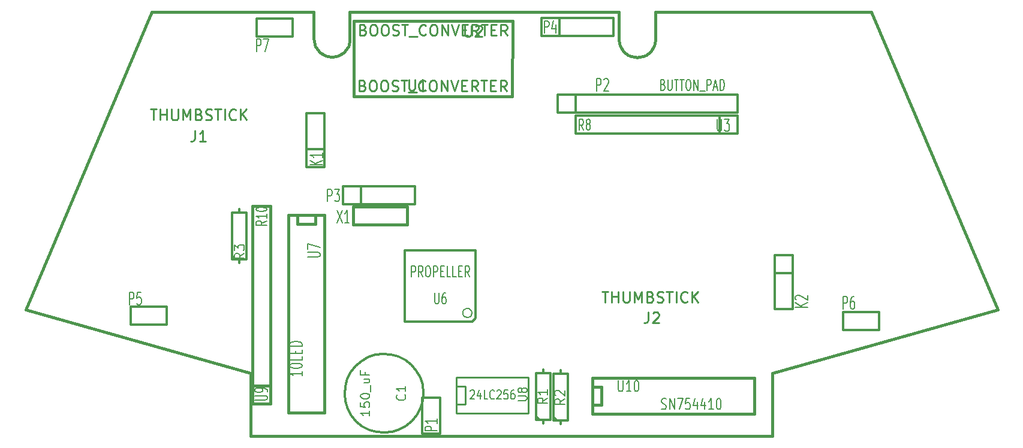
<source format=gto>
G04 (created by PCBNEW-RS274X (20100406 SVN-R2508)-final) date 9/22/2010 8:11:36 PM*
G01*
G70*
G90*
%MOIN*%
G04 Gerber Fmt 3.4, Leading zero omitted, Abs format*
%FSLAX34Y34*%
G04 APERTURE LIST*
%ADD10C,0.006000*%
%ADD11C,0.015000*%
%ADD12C,0.012000*%
%ADD13C,0.010000*%
%ADD14C,0.008000*%
%ADD15C,0.007100*%
%ADD16C,0.008300*%
%ADD17C,0.007500*%
%ADD18C,0.006700*%
G04 APERTURE END LIST*
G54D10*
G54D11*
X47621Y-34111D02*
X62578Y-34111D01*
X64588Y-34111D02*
X65914Y-34111D01*
X65588Y-34110D02*
X67788Y-34110D01*
X36610Y-34110D02*
X45620Y-34110D01*
X45620Y-34110D02*
X45620Y-35610D01*
X45620Y-35610D02*
X45624Y-35697D01*
X45636Y-35783D01*
X45655Y-35868D01*
X45681Y-35952D01*
X45714Y-36032D01*
X45754Y-36109D01*
X45801Y-36183D01*
X45854Y-36252D01*
X45913Y-36317D01*
X45978Y-36376D01*
X46047Y-36429D01*
X46121Y-36476D01*
X46198Y-36516D01*
X46278Y-36549D01*
X46362Y-36575D01*
X46447Y-36594D01*
X46533Y-36606D01*
X46620Y-36610D01*
X46620Y-36610D02*
X46707Y-36606D01*
X46793Y-36594D01*
X46878Y-36575D01*
X46962Y-36549D01*
X47042Y-36516D01*
X47120Y-36476D01*
X47193Y-36429D01*
X47262Y-36376D01*
X47327Y-36317D01*
X47386Y-36252D01*
X47439Y-36183D01*
X47486Y-36109D01*
X47526Y-36032D01*
X47559Y-35952D01*
X47585Y-35868D01*
X47604Y-35783D01*
X47616Y-35697D01*
X47620Y-35610D01*
X47620Y-35610D02*
X47620Y-34110D01*
X62578Y-34110D02*
X62578Y-35610D01*
X62578Y-35630D02*
X62582Y-35717D01*
X62594Y-35803D01*
X62613Y-35888D01*
X62639Y-35972D01*
X62672Y-36052D01*
X62712Y-36129D01*
X62759Y-36203D01*
X62812Y-36272D01*
X62871Y-36337D01*
X62936Y-36396D01*
X63005Y-36449D01*
X63079Y-36496D01*
X63156Y-36536D01*
X63236Y-36569D01*
X63320Y-36595D01*
X63405Y-36614D01*
X63491Y-36626D01*
X63578Y-36630D01*
X63598Y-36630D02*
X63685Y-36626D01*
X63771Y-36614D01*
X63856Y-36595D01*
X63940Y-36569D01*
X64020Y-36536D01*
X64098Y-36496D01*
X64171Y-36449D01*
X64240Y-36396D01*
X64305Y-36337D01*
X64364Y-36272D01*
X64417Y-36203D01*
X64464Y-36129D01*
X64504Y-36052D01*
X64537Y-35972D01*
X64563Y-35888D01*
X64582Y-35803D01*
X64594Y-35717D01*
X64598Y-35630D01*
X64588Y-35629D02*
X64588Y-34129D01*
X67610Y-34110D02*
X76610Y-34110D01*
X76610Y-34110D02*
X83630Y-50690D01*
X83630Y-50690D02*
X71110Y-54210D01*
X71110Y-54210D02*
X71110Y-57710D01*
X71110Y-57710D02*
X42110Y-57710D01*
X42110Y-57710D02*
X42110Y-54210D01*
X42110Y-54210D02*
X29600Y-50690D01*
X29600Y-50690D02*
X36610Y-34110D01*
X47789Y-44943D02*
X50789Y-44943D01*
X50789Y-44943D02*
X50789Y-45943D01*
X50789Y-45943D02*
X47789Y-45943D01*
X47789Y-45943D02*
X47789Y-44943D01*
G54D12*
X51713Y-55335D02*
X51671Y-55761D01*
X51547Y-56171D01*
X51346Y-56549D01*
X51075Y-56881D01*
X50745Y-57154D01*
X50368Y-57358D01*
X49959Y-57485D01*
X49533Y-57529D01*
X49107Y-57491D01*
X48696Y-57370D01*
X48317Y-57171D01*
X47983Y-56903D01*
X47707Y-56575D01*
X47501Y-56199D01*
X47371Y-55791D01*
X47324Y-55365D01*
X47360Y-54939D01*
X47478Y-54527D01*
X47673Y-54146D01*
X47940Y-53811D01*
X48266Y-53533D01*
X48640Y-53324D01*
X49047Y-53192D01*
X49473Y-53141D01*
X49899Y-53174D01*
X50311Y-53289D01*
X50694Y-53482D01*
X51031Y-53746D01*
X51311Y-54070D01*
X51523Y-54443D01*
X51658Y-54849D01*
X51712Y-55274D01*
X51713Y-55335D01*
G54D11*
X47850Y-38823D02*
X56650Y-38823D01*
X56650Y-38823D02*
X56660Y-34623D01*
X56660Y-34623D02*
X47850Y-34623D01*
X47850Y-34623D02*
X47850Y-38823D01*
G54D12*
X59331Y-57061D02*
X59331Y-56861D01*
X59331Y-54061D02*
X59331Y-54261D01*
X59331Y-54261D02*
X58931Y-54261D01*
X58931Y-54261D02*
X58931Y-56861D01*
X58931Y-56861D02*
X59731Y-56861D01*
X59731Y-56861D02*
X59731Y-54261D01*
X59731Y-54261D02*
X59331Y-54261D01*
X59131Y-56861D02*
X58931Y-56661D01*
X58386Y-57022D02*
X58386Y-56822D01*
X58386Y-54022D02*
X58386Y-54222D01*
X58386Y-54222D02*
X57986Y-54222D01*
X57986Y-54222D02*
X57986Y-56822D01*
X57986Y-56822D02*
X58786Y-56822D01*
X58786Y-56822D02*
X58786Y-54222D01*
X58786Y-54222D02*
X58386Y-54222D01*
X58186Y-56822D02*
X57986Y-56622D01*
X51636Y-55565D02*
X52636Y-55565D01*
X52636Y-55565D02*
X52636Y-57565D01*
X52636Y-57565D02*
X51636Y-57565D01*
X51636Y-57565D02*
X51636Y-55565D01*
X46219Y-42740D02*
X45219Y-42740D01*
X45219Y-42740D02*
X45219Y-39740D01*
X45219Y-39740D02*
X46219Y-39740D01*
X46219Y-39740D02*
X46219Y-42740D01*
X45219Y-41740D02*
X46219Y-41740D01*
X71222Y-47654D02*
X72222Y-47654D01*
X72222Y-47654D02*
X72222Y-50654D01*
X72222Y-50654D02*
X71222Y-50654D01*
X71222Y-50654D02*
X71222Y-47654D01*
X72222Y-48654D02*
X71222Y-48654D01*
X47252Y-43811D02*
X47252Y-43811D01*
X47252Y-44811D02*
X47252Y-43811D01*
X47252Y-43811D02*
X47252Y-43811D01*
X47252Y-43811D02*
X51252Y-43811D01*
X51252Y-43811D02*
X51252Y-44811D01*
X51252Y-44811D02*
X47252Y-44811D01*
X48252Y-44811D02*
X48252Y-43811D01*
G54D13*
X53551Y-54953D02*
X54051Y-54953D01*
X54051Y-54953D02*
X54051Y-55953D01*
X54051Y-55953D02*
X53551Y-55953D01*
X53551Y-54453D02*
X57551Y-54453D01*
X57551Y-54453D02*
X57551Y-56453D01*
X57551Y-56453D02*
X53551Y-56453D01*
X53551Y-56453D02*
X53551Y-54453D01*
G54D11*
X42217Y-54906D02*
X43217Y-54906D01*
X42217Y-44906D02*
X42217Y-55906D01*
X42217Y-55906D02*
X43217Y-55906D01*
X43217Y-55906D02*
X43217Y-44906D01*
X42217Y-44906D02*
X43217Y-44906D01*
G54D12*
X60157Y-40874D02*
X60157Y-39874D01*
X60157Y-39874D02*
X69157Y-39874D01*
X69157Y-39874D02*
X69157Y-40874D01*
X60157Y-40874D02*
X69157Y-40874D01*
X68157Y-40874D02*
X68157Y-39874D01*
X50678Y-51330D02*
X50678Y-47390D01*
X50678Y-47390D02*
X54618Y-47390D01*
X54618Y-51140D02*
X54618Y-47390D01*
X54428Y-51330D02*
X50678Y-51330D01*
X54618Y-51140D02*
X54428Y-51330D01*
G54D14*
X54398Y-50860D02*
X54393Y-50908D01*
X54379Y-50955D01*
X54356Y-50998D01*
X54325Y-51036D01*
X54287Y-51067D01*
X54244Y-51090D01*
X54198Y-51104D01*
X54149Y-51109D01*
X54102Y-51105D01*
X54055Y-51091D01*
X54012Y-51069D01*
X53974Y-51038D01*
X53942Y-51001D01*
X53919Y-50958D01*
X53904Y-50911D01*
X53899Y-50863D01*
X53903Y-50815D01*
X53916Y-50768D01*
X53938Y-50725D01*
X53969Y-50687D01*
X54006Y-50655D01*
X54048Y-50631D01*
X54095Y-50616D01*
X54143Y-50611D01*
X54191Y-50614D01*
X54238Y-50627D01*
X54281Y-50649D01*
X54320Y-50679D01*
X54352Y-50716D01*
X54376Y-50759D01*
X54391Y-50805D01*
X54397Y-50854D01*
X54398Y-50860D01*
G54D11*
X45697Y-45406D02*
X45697Y-45906D01*
X45697Y-45906D02*
X44697Y-45906D01*
X44697Y-45906D02*
X44697Y-45406D01*
X46197Y-45406D02*
X46197Y-56406D01*
X46197Y-56406D02*
X44197Y-56406D01*
X44197Y-56406D02*
X44197Y-45406D01*
X44197Y-45406D02*
X46197Y-45406D01*
X61100Y-54982D02*
X61100Y-54982D01*
X61100Y-54982D02*
X61600Y-54982D01*
X61600Y-54982D02*
X61600Y-55982D01*
X61600Y-55982D02*
X61100Y-55982D01*
X61100Y-54482D02*
X70100Y-54482D01*
X70100Y-54482D02*
X70100Y-56482D01*
X70100Y-56482D02*
X61100Y-56482D01*
X61100Y-56482D02*
X61100Y-54482D01*
G54D12*
X35447Y-51524D02*
X35447Y-50524D01*
X35447Y-50524D02*
X37447Y-50524D01*
X37447Y-50524D02*
X37447Y-51524D01*
X37447Y-51524D02*
X35447Y-51524D01*
X75053Y-51829D02*
X75053Y-50829D01*
X75053Y-50829D02*
X77053Y-50829D01*
X77053Y-50829D02*
X77053Y-51829D01*
X77053Y-51829D02*
X75053Y-51829D01*
X58280Y-34442D02*
X58280Y-34442D01*
X58280Y-35442D02*
X58280Y-34442D01*
X58280Y-34442D02*
X58280Y-34442D01*
X58280Y-34442D02*
X62280Y-34442D01*
X62280Y-34442D02*
X62280Y-35442D01*
X62280Y-35442D02*
X58280Y-35442D01*
X59280Y-35442D02*
X59280Y-34442D01*
X41486Y-48094D02*
X41486Y-47894D01*
X41486Y-45094D02*
X41486Y-45294D01*
X41486Y-45294D02*
X41086Y-45294D01*
X41086Y-45294D02*
X41086Y-47894D01*
X41086Y-47894D02*
X41886Y-47894D01*
X41886Y-47894D02*
X41886Y-45294D01*
X41886Y-45294D02*
X41486Y-45294D01*
X41286Y-47894D02*
X41086Y-47694D01*
X42445Y-35480D02*
X42445Y-34480D01*
X42445Y-34480D02*
X44445Y-34480D01*
X44445Y-34480D02*
X44445Y-35480D01*
X44445Y-35480D02*
X42445Y-35480D01*
X59157Y-39724D02*
X59157Y-38724D01*
X59157Y-38724D02*
X69157Y-38724D01*
X69157Y-38724D02*
X69157Y-39724D01*
X69157Y-39724D02*
X59157Y-39724D01*
X60157Y-39724D02*
X60157Y-38724D01*
G54D15*
X46905Y-45149D02*
X47190Y-45830D01*
X47190Y-45149D02*
X46905Y-45830D01*
X47578Y-45830D02*
X47334Y-45830D01*
X47456Y-45830D02*
X47456Y-45149D01*
X47415Y-45246D01*
X47374Y-45311D01*
X47334Y-45344D01*
G54D13*
X64209Y-50824D02*
X64209Y-51252D01*
X64181Y-51338D01*
X64124Y-51395D01*
X64038Y-51424D01*
X63981Y-51424D01*
X64466Y-50881D02*
X64495Y-50852D01*
X64552Y-50824D01*
X64695Y-50824D01*
X64752Y-50852D01*
X64781Y-50881D01*
X64809Y-50938D01*
X64809Y-50995D01*
X64781Y-51081D01*
X64438Y-51424D01*
X64809Y-51424D01*
X61641Y-49673D02*
X61984Y-49673D01*
X61813Y-50273D02*
X61813Y-49673D01*
X62184Y-50273D02*
X62184Y-49673D01*
X62184Y-49959D02*
X62527Y-49959D01*
X62527Y-50273D02*
X62527Y-49673D01*
X62813Y-49673D02*
X62813Y-50159D01*
X62841Y-50216D01*
X62870Y-50244D01*
X62927Y-50273D01*
X63041Y-50273D01*
X63099Y-50244D01*
X63127Y-50216D01*
X63156Y-50159D01*
X63156Y-49673D01*
X63442Y-50273D02*
X63442Y-49673D01*
X63642Y-50101D01*
X63842Y-49673D01*
X63842Y-50273D01*
X64328Y-49959D02*
X64414Y-49987D01*
X64442Y-50016D01*
X64471Y-50073D01*
X64471Y-50159D01*
X64442Y-50216D01*
X64414Y-50244D01*
X64356Y-50273D01*
X64128Y-50273D01*
X64128Y-49673D01*
X64328Y-49673D01*
X64385Y-49701D01*
X64414Y-49730D01*
X64442Y-49787D01*
X64442Y-49844D01*
X64414Y-49901D01*
X64385Y-49930D01*
X64328Y-49959D01*
X64128Y-49959D01*
X64699Y-50244D02*
X64785Y-50273D01*
X64928Y-50273D01*
X64985Y-50244D01*
X65014Y-50216D01*
X65042Y-50159D01*
X65042Y-50101D01*
X65014Y-50044D01*
X64985Y-50016D01*
X64928Y-49987D01*
X64814Y-49959D01*
X64756Y-49930D01*
X64728Y-49901D01*
X64699Y-49844D01*
X64699Y-49787D01*
X64728Y-49730D01*
X64756Y-49701D01*
X64814Y-49673D01*
X64956Y-49673D01*
X65042Y-49701D01*
X65213Y-49673D02*
X65556Y-49673D01*
X65385Y-50273D02*
X65385Y-49673D01*
X65756Y-50273D02*
X65756Y-49673D01*
X66385Y-50216D02*
X66356Y-50244D01*
X66270Y-50273D01*
X66213Y-50273D01*
X66128Y-50244D01*
X66070Y-50187D01*
X66042Y-50130D01*
X66013Y-50016D01*
X66013Y-49930D01*
X66042Y-49816D01*
X66070Y-49759D01*
X66128Y-49701D01*
X66213Y-49673D01*
X66270Y-49673D01*
X66356Y-49701D01*
X66385Y-49730D01*
X66642Y-50273D02*
X66642Y-49673D01*
X66985Y-50273D02*
X66728Y-49930D01*
X66985Y-49673D02*
X66642Y-50016D01*
X39013Y-40706D02*
X39013Y-41134D01*
X38985Y-41220D01*
X38928Y-41277D01*
X38842Y-41306D01*
X38785Y-41306D01*
X39613Y-41306D02*
X39270Y-41306D01*
X39442Y-41306D02*
X39442Y-40706D01*
X39385Y-40792D01*
X39327Y-40849D01*
X39270Y-40877D01*
X36542Y-39525D02*
X36885Y-39525D01*
X36714Y-40125D02*
X36714Y-39525D01*
X37085Y-40125D02*
X37085Y-39525D01*
X37085Y-39811D02*
X37428Y-39811D01*
X37428Y-40125D02*
X37428Y-39525D01*
X37714Y-39525D02*
X37714Y-40011D01*
X37742Y-40068D01*
X37771Y-40096D01*
X37828Y-40125D01*
X37942Y-40125D01*
X38000Y-40096D01*
X38028Y-40068D01*
X38057Y-40011D01*
X38057Y-39525D01*
X38343Y-40125D02*
X38343Y-39525D01*
X38543Y-39953D01*
X38743Y-39525D01*
X38743Y-40125D01*
X39229Y-39811D02*
X39315Y-39839D01*
X39343Y-39868D01*
X39372Y-39925D01*
X39372Y-40011D01*
X39343Y-40068D01*
X39315Y-40096D01*
X39257Y-40125D01*
X39029Y-40125D01*
X39029Y-39525D01*
X39229Y-39525D01*
X39286Y-39553D01*
X39315Y-39582D01*
X39343Y-39639D01*
X39343Y-39696D01*
X39315Y-39753D01*
X39286Y-39782D01*
X39229Y-39811D01*
X39029Y-39811D01*
X39600Y-40096D02*
X39686Y-40125D01*
X39829Y-40125D01*
X39886Y-40096D01*
X39915Y-40068D01*
X39943Y-40011D01*
X39943Y-39953D01*
X39915Y-39896D01*
X39886Y-39868D01*
X39829Y-39839D01*
X39715Y-39811D01*
X39657Y-39782D01*
X39629Y-39753D01*
X39600Y-39696D01*
X39600Y-39639D01*
X39629Y-39582D01*
X39657Y-39553D01*
X39715Y-39525D01*
X39857Y-39525D01*
X39943Y-39553D01*
X40114Y-39525D02*
X40457Y-39525D01*
X40286Y-40125D02*
X40286Y-39525D01*
X40657Y-40125D02*
X40657Y-39525D01*
X41286Y-40068D02*
X41257Y-40096D01*
X41171Y-40125D01*
X41114Y-40125D01*
X41029Y-40096D01*
X40971Y-40039D01*
X40943Y-39982D01*
X40914Y-39868D01*
X40914Y-39782D01*
X40943Y-39668D01*
X40971Y-39611D01*
X41029Y-39553D01*
X41114Y-39525D01*
X41171Y-39525D01*
X41257Y-39553D01*
X41286Y-39582D01*
X41543Y-40125D02*
X41543Y-39525D01*
X41886Y-40125D02*
X41629Y-39782D01*
X41886Y-39525D02*
X41543Y-39868D01*
G54D16*
X50673Y-55418D02*
X50697Y-55442D01*
X50720Y-55513D01*
X50720Y-55561D01*
X50697Y-55633D01*
X50649Y-55680D01*
X50601Y-55704D01*
X50506Y-55728D01*
X50435Y-55728D01*
X50339Y-55704D01*
X50292Y-55680D01*
X50244Y-55633D01*
X50220Y-55561D01*
X50220Y-55513D01*
X50244Y-55442D01*
X50268Y-55418D01*
X50720Y-54942D02*
X50720Y-55228D01*
X50720Y-55085D02*
X50220Y-55085D01*
X50292Y-55133D01*
X50339Y-55180D01*
X50363Y-55228D01*
X48720Y-56299D02*
X48720Y-56585D01*
X48720Y-56442D02*
X48220Y-56442D01*
X48292Y-56490D01*
X48339Y-56537D01*
X48363Y-56585D01*
X48220Y-55847D02*
X48220Y-56085D01*
X48458Y-56109D01*
X48435Y-56085D01*
X48411Y-56037D01*
X48411Y-55918D01*
X48435Y-55871D01*
X48458Y-55847D01*
X48506Y-55823D01*
X48625Y-55823D01*
X48673Y-55847D01*
X48697Y-55871D01*
X48720Y-55918D01*
X48720Y-56037D01*
X48697Y-56085D01*
X48673Y-56109D01*
X48220Y-55514D02*
X48220Y-55466D01*
X48244Y-55418D01*
X48268Y-55395D01*
X48316Y-55371D01*
X48411Y-55347D01*
X48530Y-55347D01*
X48625Y-55371D01*
X48673Y-55395D01*
X48697Y-55418D01*
X48720Y-55466D01*
X48720Y-55514D01*
X48697Y-55561D01*
X48673Y-55585D01*
X48625Y-55609D01*
X48530Y-55633D01*
X48411Y-55633D01*
X48316Y-55609D01*
X48268Y-55585D01*
X48244Y-55561D01*
X48220Y-55514D01*
X48768Y-55252D02*
X48768Y-54871D01*
X48387Y-54538D02*
X48720Y-54538D01*
X48387Y-54752D02*
X48649Y-54752D01*
X48697Y-54728D01*
X48720Y-54681D01*
X48720Y-54609D01*
X48697Y-54561D01*
X48673Y-54538D01*
X48458Y-54133D02*
X48458Y-54300D01*
X48720Y-54300D02*
X48220Y-54300D01*
X48220Y-54062D01*
G54D13*
X54013Y-34866D02*
X54013Y-35352D01*
X54041Y-35409D01*
X54070Y-35437D01*
X54127Y-35466D01*
X54241Y-35466D01*
X54299Y-35437D01*
X54327Y-35409D01*
X54356Y-35352D01*
X54356Y-34866D01*
X54613Y-34923D02*
X54642Y-34894D01*
X54699Y-34866D01*
X54842Y-34866D01*
X54899Y-34894D01*
X54928Y-34923D01*
X54956Y-34980D01*
X54956Y-35037D01*
X54928Y-35123D01*
X54585Y-35466D01*
X54956Y-35466D01*
X48330Y-38202D02*
X48416Y-38230D01*
X48444Y-38259D01*
X48473Y-38316D01*
X48473Y-38402D01*
X48444Y-38459D01*
X48416Y-38487D01*
X48358Y-38516D01*
X48130Y-38516D01*
X48130Y-37916D01*
X48330Y-37916D01*
X48387Y-37944D01*
X48416Y-37973D01*
X48444Y-38030D01*
X48444Y-38087D01*
X48416Y-38144D01*
X48387Y-38173D01*
X48330Y-38202D01*
X48130Y-38202D01*
X48844Y-37916D02*
X48958Y-37916D01*
X49016Y-37944D01*
X49073Y-38002D01*
X49101Y-38116D01*
X49101Y-38316D01*
X49073Y-38430D01*
X49016Y-38487D01*
X48958Y-38516D01*
X48844Y-38516D01*
X48787Y-38487D01*
X48730Y-38430D01*
X48701Y-38316D01*
X48701Y-38116D01*
X48730Y-38002D01*
X48787Y-37944D01*
X48844Y-37916D01*
X49473Y-37916D02*
X49587Y-37916D01*
X49645Y-37944D01*
X49702Y-38002D01*
X49730Y-38116D01*
X49730Y-38316D01*
X49702Y-38430D01*
X49645Y-38487D01*
X49587Y-38516D01*
X49473Y-38516D01*
X49416Y-38487D01*
X49359Y-38430D01*
X49330Y-38316D01*
X49330Y-38116D01*
X49359Y-38002D01*
X49416Y-37944D01*
X49473Y-37916D01*
X49959Y-38487D02*
X50045Y-38516D01*
X50188Y-38516D01*
X50245Y-38487D01*
X50274Y-38459D01*
X50302Y-38402D01*
X50302Y-38344D01*
X50274Y-38287D01*
X50245Y-38259D01*
X50188Y-38230D01*
X50074Y-38202D01*
X50016Y-38173D01*
X49988Y-38144D01*
X49959Y-38087D01*
X49959Y-38030D01*
X49988Y-37973D01*
X50016Y-37944D01*
X50074Y-37916D01*
X50216Y-37916D01*
X50302Y-37944D01*
X50473Y-37916D02*
X50816Y-37916D01*
X50645Y-38516D02*
X50645Y-37916D01*
X50873Y-38573D02*
X51330Y-38573D01*
X51816Y-38459D02*
X51787Y-38487D01*
X51701Y-38516D01*
X51644Y-38516D01*
X51559Y-38487D01*
X51501Y-38430D01*
X51473Y-38373D01*
X51444Y-38259D01*
X51444Y-38173D01*
X51473Y-38059D01*
X51501Y-38002D01*
X51559Y-37944D01*
X51644Y-37916D01*
X51701Y-37916D01*
X51787Y-37944D01*
X51816Y-37973D01*
X52187Y-37916D02*
X52301Y-37916D01*
X52359Y-37944D01*
X52416Y-38002D01*
X52444Y-38116D01*
X52444Y-38316D01*
X52416Y-38430D01*
X52359Y-38487D01*
X52301Y-38516D01*
X52187Y-38516D01*
X52130Y-38487D01*
X52073Y-38430D01*
X52044Y-38316D01*
X52044Y-38116D01*
X52073Y-38002D01*
X52130Y-37944D01*
X52187Y-37916D01*
X52702Y-38516D02*
X52702Y-37916D01*
X53045Y-38516D01*
X53045Y-37916D01*
X53245Y-37916D02*
X53445Y-38516D01*
X53645Y-37916D01*
X53845Y-38202D02*
X54045Y-38202D01*
X54131Y-38516D02*
X53845Y-38516D01*
X53845Y-37916D01*
X54131Y-37916D01*
X54731Y-38516D02*
X54531Y-38230D01*
X54388Y-38516D02*
X54388Y-37916D01*
X54616Y-37916D01*
X54674Y-37944D01*
X54702Y-37973D01*
X54731Y-38030D01*
X54731Y-38116D01*
X54702Y-38173D01*
X54674Y-38202D01*
X54616Y-38230D01*
X54388Y-38230D01*
X54902Y-37916D02*
X55245Y-37916D01*
X55074Y-38516D02*
X55074Y-37916D01*
X55445Y-38202D02*
X55645Y-38202D01*
X55731Y-38516D02*
X55445Y-38516D01*
X55445Y-37916D01*
X55731Y-37916D01*
X56331Y-38516D02*
X56131Y-38230D01*
X55988Y-38516D02*
X55988Y-37916D01*
X56216Y-37916D01*
X56274Y-37944D01*
X56302Y-37973D01*
X56331Y-38030D01*
X56331Y-38116D01*
X56302Y-38173D01*
X56274Y-38202D01*
X56216Y-38230D01*
X55988Y-38230D01*
X50893Y-37866D02*
X50893Y-38352D01*
X50921Y-38409D01*
X50950Y-38437D01*
X51007Y-38466D01*
X51121Y-38466D01*
X51179Y-38437D01*
X51207Y-38409D01*
X51236Y-38352D01*
X51236Y-37866D01*
X51836Y-38466D02*
X51493Y-38466D01*
X51665Y-38466D02*
X51665Y-37866D01*
X51608Y-37952D01*
X51550Y-38009D01*
X51493Y-38037D01*
X48361Y-35102D02*
X48447Y-35130D01*
X48475Y-35159D01*
X48504Y-35216D01*
X48504Y-35302D01*
X48475Y-35359D01*
X48447Y-35387D01*
X48389Y-35416D01*
X48161Y-35416D01*
X48161Y-34816D01*
X48361Y-34816D01*
X48418Y-34844D01*
X48447Y-34873D01*
X48475Y-34930D01*
X48475Y-34987D01*
X48447Y-35044D01*
X48418Y-35073D01*
X48361Y-35102D01*
X48161Y-35102D01*
X48875Y-34816D02*
X48989Y-34816D01*
X49047Y-34844D01*
X49104Y-34902D01*
X49132Y-35016D01*
X49132Y-35216D01*
X49104Y-35330D01*
X49047Y-35387D01*
X48989Y-35416D01*
X48875Y-35416D01*
X48818Y-35387D01*
X48761Y-35330D01*
X48732Y-35216D01*
X48732Y-35016D01*
X48761Y-34902D01*
X48818Y-34844D01*
X48875Y-34816D01*
X49504Y-34816D02*
X49618Y-34816D01*
X49676Y-34844D01*
X49733Y-34902D01*
X49761Y-35016D01*
X49761Y-35216D01*
X49733Y-35330D01*
X49676Y-35387D01*
X49618Y-35416D01*
X49504Y-35416D01*
X49447Y-35387D01*
X49390Y-35330D01*
X49361Y-35216D01*
X49361Y-35016D01*
X49390Y-34902D01*
X49447Y-34844D01*
X49504Y-34816D01*
X49990Y-35387D02*
X50076Y-35416D01*
X50219Y-35416D01*
X50276Y-35387D01*
X50305Y-35359D01*
X50333Y-35302D01*
X50333Y-35244D01*
X50305Y-35187D01*
X50276Y-35159D01*
X50219Y-35130D01*
X50105Y-35102D01*
X50047Y-35073D01*
X50019Y-35044D01*
X49990Y-34987D01*
X49990Y-34930D01*
X50019Y-34873D01*
X50047Y-34844D01*
X50105Y-34816D01*
X50247Y-34816D01*
X50333Y-34844D01*
X50504Y-34816D02*
X50847Y-34816D01*
X50676Y-35416D02*
X50676Y-34816D01*
X50904Y-35473D02*
X51361Y-35473D01*
X51847Y-35359D02*
X51818Y-35387D01*
X51732Y-35416D01*
X51675Y-35416D01*
X51590Y-35387D01*
X51532Y-35330D01*
X51504Y-35273D01*
X51475Y-35159D01*
X51475Y-35073D01*
X51504Y-34959D01*
X51532Y-34902D01*
X51590Y-34844D01*
X51675Y-34816D01*
X51732Y-34816D01*
X51818Y-34844D01*
X51847Y-34873D01*
X52218Y-34816D02*
X52332Y-34816D01*
X52390Y-34844D01*
X52447Y-34902D01*
X52475Y-35016D01*
X52475Y-35216D01*
X52447Y-35330D01*
X52390Y-35387D01*
X52332Y-35416D01*
X52218Y-35416D01*
X52161Y-35387D01*
X52104Y-35330D01*
X52075Y-35216D01*
X52075Y-35016D01*
X52104Y-34902D01*
X52161Y-34844D01*
X52218Y-34816D01*
X52733Y-35416D02*
X52733Y-34816D01*
X53076Y-35416D01*
X53076Y-34816D01*
X53276Y-34816D02*
X53476Y-35416D01*
X53676Y-34816D01*
X53876Y-35102D02*
X54076Y-35102D01*
X54162Y-35416D02*
X53876Y-35416D01*
X53876Y-34816D01*
X54162Y-34816D01*
X54762Y-35416D02*
X54562Y-35130D01*
X54419Y-35416D02*
X54419Y-34816D01*
X54647Y-34816D01*
X54705Y-34844D01*
X54733Y-34873D01*
X54762Y-34930D01*
X54762Y-35016D01*
X54733Y-35073D01*
X54705Y-35102D01*
X54647Y-35130D01*
X54419Y-35130D01*
X54933Y-34816D02*
X55276Y-34816D01*
X55105Y-35416D02*
X55105Y-34816D01*
X55476Y-35102D02*
X55676Y-35102D01*
X55762Y-35416D02*
X55476Y-35416D01*
X55476Y-34816D01*
X55762Y-34816D01*
X56362Y-35416D02*
X56162Y-35130D01*
X56019Y-35416D02*
X56019Y-34816D01*
X56247Y-34816D01*
X56305Y-34844D01*
X56333Y-34873D01*
X56362Y-34930D01*
X56362Y-35016D01*
X56333Y-35073D01*
X56305Y-35102D01*
X56247Y-35130D01*
X56019Y-35130D01*
G54D14*
X59554Y-55644D02*
X59292Y-55811D01*
X59554Y-55930D02*
X59004Y-55930D01*
X59004Y-55739D01*
X59030Y-55692D01*
X59056Y-55668D01*
X59108Y-55644D01*
X59187Y-55644D01*
X59239Y-55668D01*
X59266Y-55692D01*
X59292Y-55739D01*
X59292Y-55930D01*
X59056Y-55454D02*
X59030Y-55430D01*
X59004Y-55382D01*
X59004Y-55263D01*
X59030Y-55216D01*
X59056Y-55192D01*
X59108Y-55168D01*
X59161Y-55168D01*
X59239Y-55192D01*
X59554Y-55478D01*
X59554Y-55168D01*
X58609Y-55605D02*
X58347Y-55772D01*
X58609Y-55891D02*
X58059Y-55891D01*
X58059Y-55700D01*
X58085Y-55653D01*
X58111Y-55629D01*
X58163Y-55605D01*
X58242Y-55605D01*
X58294Y-55629D01*
X58321Y-55653D01*
X58347Y-55700D01*
X58347Y-55891D01*
X58609Y-55129D02*
X58609Y-55415D01*
X58609Y-55272D02*
X58059Y-55272D01*
X58137Y-55320D01*
X58190Y-55367D01*
X58216Y-55415D01*
G54D15*
X52470Y-57412D02*
X51789Y-57412D01*
X51789Y-57249D01*
X51822Y-57208D01*
X51854Y-57188D01*
X51919Y-57168D01*
X52016Y-57168D01*
X52081Y-57188D01*
X52113Y-57208D01*
X52146Y-57249D01*
X52146Y-57412D01*
X52470Y-56760D02*
X52470Y-57004D01*
X52470Y-56882D02*
X51789Y-56882D01*
X51886Y-56923D01*
X51951Y-56964D01*
X51984Y-57004D01*
X46092Y-42606D02*
X45387Y-42606D01*
X46092Y-42364D02*
X45689Y-42545D01*
X45387Y-42364D02*
X45790Y-42606D01*
X46092Y-41960D02*
X46092Y-42202D01*
X46092Y-42081D02*
X45387Y-42081D01*
X45488Y-42121D01*
X45555Y-42162D01*
X45588Y-42202D01*
X73065Y-50530D02*
X72360Y-50530D01*
X73065Y-50288D02*
X72662Y-50469D01*
X72360Y-50288D02*
X72763Y-50530D01*
X72427Y-50126D02*
X72393Y-50106D01*
X72360Y-50066D01*
X72360Y-49965D01*
X72393Y-49924D01*
X72427Y-49904D01*
X72494Y-49884D01*
X72561Y-49884D01*
X72662Y-49904D01*
X73065Y-50146D01*
X73065Y-49884D01*
X46385Y-44662D02*
X46385Y-43979D01*
X46548Y-43979D01*
X46589Y-44011D01*
X46609Y-44044D01*
X46629Y-44109D01*
X46629Y-44207D01*
X46609Y-44272D01*
X46589Y-44304D01*
X46548Y-44337D01*
X46385Y-44337D01*
X46772Y-43979D02*
X47037Y-43979D01*
X46894Y-44239D01*
X46956Y-44239D01*
X46996Y-44272D01*
X47017Y-44304D01*
X47037Y-44369D01*
X47037Y-44532D01*
X47017Y-44597D01*
X46996Y-44629D01*
X46956Y-44662D01*
X46833Y-44662D01*
X46793Y-44629D01*
X46772Y-44597D01*
G54D17*
X56966Y-55737D02*
X57371Y-55737D01*
X57419Y-55715D01*
X57443Y-55694D01*
X57466Y-55651D01*
X57466Y-55565D01*
X57443Y-55523D01*
X57419Y-55501D01*
X57371Y-55480D01*
X56966Y-55480D01*
X57181Y-55202D02*
X57157Y-55244D01*
X57133Y-55266D01*
X57085Y-55287D01*
X57062Y-55287D01*
X57014Y-55266D01*
X56990Y-55244D01*
X56966Y-55202D01*
X56966Y-55116D01*
X56990Y-55073D01*
X57014Y-55052D01*
X57062Y-55030D01*
X57085Y-55030D01*
X57133Y-55052D01*
X57157Y-55073D01*
X57181Y-55116D01*
X57181Y-55202D01*
X57204Y-55244D01*
X57228Y-55266D01*
X57276Y-55287D01*
X57371Y-55287D01*
X57419Y-55266D01*
X57443Y-55244D01*
X57466Y-55202D01*
X57466Y-55116D01*
X57443Y-55073D01*
X57419Y-55052D01*
X57371Y-55030D01*
X57276Y-55030D01*
X57228Y-55052D01*
X57204Y-55073D01*
X57181Y-55116D01*
G54D18*
X54313Y-55203D02*
X54332Y-55179D01*
X54370Y-55155D01*
X54466Y-55155D01*
X54504Y-55179D01*
X54523Y-55203D01*
X54542Y-55251D01*
X54542Y-55298D01*
X54523Y-55370D01*
X54294Y-55655D01*
X54542Y-55655D01*
X54885Y-55322D02*
X54885Y-55655D01*
X54789Y-55132D02*
X54694Y-55489D01*
X54942Y-55489D01*
X55285Y-55655D02*
X55094Y-55655D01*
X55094Y-55155D01*
X55647Y-55608D02*
X55628Y-55632D01*
X55571Y-55655D01*
X55533Y-55655D01*
X55475Y-55632D01*
X55437Y-55584D01*
X55418Y-55536D01*
X55399Y-55441D01*
X55399Y-55370D01*
X55418Y-55274D01*
X55437Y-55227D01*
X55475Y-55179D01*
X55533Y-55155D01*
X55571Y-55155D01*
X55628Y-55179D01*
X55647Y-55203D01*
X55799Y-55203D02*
X55818Y-55179D01*
X55856Y-55155D01*
X55952Y-55155D01*
X55990Y-55179D01*
X56009Y-55203D01*
X56028Y-55251D01*
X56028Y-55298D01*
X56009Y-55370D01*
X55780Y-55655D01*
X56028Y-55655D01*
X56390Y-55155D02*
X56199Y-55155D01*
X56180Y-55393D01*
X56199Y-55370D01*
X56237Y-55346D01*
X56333Y-55346D01*
X56371Y-55370D01*
X56390Y-55393D01*
X56409Y-55441D01*
X56409Y-55560D01*
X56390Y-55608D01*
X56371Y-55632D01*
X56333Y-55655D01*
X56237Y-55655D01*
X56199Y-55632D01*
X56180Y-55608D01*
X56752Y-55155D02*
X56675Y-55155D01*
X56637Y-55179D01*
X56618Y-55203D01*
X56580Y-55274D01*
X56561Y-55370D01*
X56561Y-55560D01*
X56580Y-55608D01*
X56599Y-55632D01*
X56637Y-55655D01*
X56714Y-55655D01*
X56752Y-55632D01*
X56771Y-55608D01*
X56790Y-55560D01*
X56790Y-55441D01*
X56771Y-55393D01*
X56752Y-55370D01*
X56714Y-55346D01*
X56637Y-55346D01*
X56599Y-55370D01*
X56580Y-55393D01*
X56561Y-55441D01*
G54D15*
X42351Y-55710D02*
X42902Y-55710D01*
X42967Y-55690D01*
X43000Y-55669D01*
X43032Y-55629D01*
X43032Y-55547D01*
X43000Y-55506D01*
X42967Y-55486D01*
X42902Y-55466D01*
X42351Y-55466D01*
X43032Y-55242D02*
X43032Y-55160D01*
X43000Y-55119D01*
X42967Y-55099D01*
X42870Y-55058D01*
X42740Y-55038D01*
X42481Y-55038D01*
X42416Y-55058D01*
X42384Y-55079D01*
X42351Y-55119D01*
X42351Y-55201D01*
X42384Y-55242D01*
X42416Y-55262D01*
X42481Y-55282D01*
X42643Y-55282D01*
X42708Y-55262D01*
X42740Y-55242D01*
X42773Y-55201D01*
X42773Y-55119D01*
X42740Y-55079D01*
X42708Y-55058D01*
X42643Y-55038D01*
G54D18*
X43000Y-45740D02*
X42714Y-45874D01*
X43000Y-45969D02*
X42400Y-45969D01*
X42400Y-45816D01*
X42428Y-45778D01*
X42457Y-45759D01*
X42514Y-45740D01*
X42600Y-45740D01*
X42657Y-45759D01*
X42686Y-45778D01*
X42714Y-45816D01*
X42714Y-45969D01*
X43000Y-45359D02*
X43000Y-45588D01*
X43000Y-45474D02*
X42400Y-45474D01*
X42486Y-45512D01*
X42543Y-45550D01*
X42571Y-45588D01*
X42400Y-45112D02*
X42400Y-45073D01*
X42428Y-45035D01*
X42457Y-45016D01*
X42514Y-44997D01*
X42628Y-44978D01*
X42771Y-44978D01*
X42886Y-44997D01*
X42943Y-45016D01*
X42971Y-45035D01*
X43000Y-45073D01*
X43000Y-45112D01*
X42971Y-45150D01*
X42943Y-45169D01*
X42886Y-45188D01*
X42771Y-45207D01*
X42628Y-45207D01*
X42514Y-45188D01*
X42457Y-45169D01*
X42428Y-45150D01*
X42400Y-45112D01*
G54D15*
X68042Y-40066D02*
X68042Y-40617D01*
X68062Y-40682D01*
X68083Y-40715D01*
X68123Y-40747D01*
X68205Y-40747D01*
X68246Y-40715D01*
X68266Y-40682D01*
X68286Y-40617D01*
X68286Y-40066D01*
X68449Y-40066D02*
X68714Y-40066D01*
X68571Y-40326D01*
X68633Y-40326D01*
X68673Y-40358D01*
X68694Y-40390D01*
X68714Y-40455D01*
X68714Y-40617D01*
X68694Y-40682D01*
X68673Y-40715D01*
X68633Y-40747D01*
X68510Y-40747D01*
X68470Y-40715D01*
X68449Y-40682D01*
G54D18*
X60605Y-40686D02*
X60471Y-40400D01*
X60376Y-40686D02*
X60376Y-40086D01*
X60529Y-40086D01*
X60567Y-40114D01*
X60586Y-40143D01*
X60605Y-40200D01*
X60605Y-40286D01*
X60586Y-40343D01*
X60567Y-40372D01*
X60529Y-40400D01*
X60376Y-40400D01*
X60833Y-40343D02*
X60795Y-40314D01*
X60776Y-40286D01*
X60757Y-40229D01*
X60757Y-40200D01*
X60776Y-40143D01*
X60795Y-40114D01*
X60833Y-40086D01*
X60910Y-40086D01*
X60948Y-40114D01*
X60967Y-40143D01*
X60986Y-40200D01*
X60986Y-40229D01*
X60967Y-40286D01*
X60948Y-40314D01*
X60910Y-40343D01*
X60833Y-40343D01*
X60795Y-40372D01*
X60776Y-40400D01*
X60757Y-40457D01*
X60757Y-40572D01*
X60776Y-40629D01*
X60795Y-40657D01*
X60833Y-40686D01*
X60910Y-40686D01*
X60948Y-40657D01*
X60967Y-40629D01*
X60986Y-40572D01*
X60986Y-40457D01*
X60967Y-40400D01*
X60948Y-40372D01*
X60910Y-40343D01*
X52343Y-49753D02*
X52343Y-50239D01*
X52362Y-50296D01*
X52381Y-50324D01*
X52419Y-50353D01*
X52496Y-50353D01*
X52534Y-50324D01*
X52553Y-50296D01*
X52572Y-50239D01*
X52572Y-49753D01*
X52934Y-49753D02*
X52857Y-49753D01*
X52819Y-49781D01*
X52800Y-49810D01*
X52762Y-49896D01*
X52743Y-50010D01*
X52743Y-50239D01*
X52762Y-50296D01*
X52781Y-50324D01*
X52819Y-50353D01*
X52896Y-50353D01*
X52934Y-50324D01*
X52953Y-50296D01*
X52972Y-50239D01*
X52972Y-50096D01*
X52953Y-50039D01*
X52934Y-50010D01*
X52896Y-49981D01*
X52819Y-49981D01*
X52781Y-50010D01*
X52762Y-50039D01*
X52743Y-50096D01*
X51048Y-48853D02*
X51048Y-48253D01*
X51201Y-48253D01*
X51239Y-48281D01*
X51258Y-48310D01*
X51277Y-48367D01*
X51277Y-48453D01*
X51258Y-48510D01*
X51239Y-48539D01*
X51201Y-48567D01*
X51048Y-48567D01*
X51677Y-48853D02*
X51543Y-48567D01*
X51448Y-48853D02*
X51448Y-48253D01*
X51601Y-48253D01*
X51639Y-48281D01*
X51658Y-48310D01*
X51677Y-48367D01*
X51677Y-48453D01*
X51658Y-48510D01*
X51639Y-48539D01*
X51601Y-48567D01*
X51448Y-48567D01*
X51924Y-48253D02*
X52001Y-48253D01*
X52039Y-48281D01*
X52077Y-48339D01*
X52096Y-48453D01*
X52096Y-48653D01*
X52077Y-48767D01*
X52039Y-48824D01*
X52001Y-48853D01*
X51924Y-48853D01*
X51886Y-48824D01*
X51848Y-48767D01*
X51829Y-48653D01*
X51829Y-48453D01*
X51848Y-48339D01*
X51886Y-48281D01*
X51924Y-48253D01*
X52267Y-48853D02*
X52267Y-48253D01*
X52420Y-48253D01*
X52458Y-48281D01*
X52477Y-48310D01*
X52496Y-48367D01*
X52496Y-48453D01*
X52477Y-48510D01*
X52458Y-48539D01*
X52420Y-48567D01*
X52267Y-48567D01*
X52667Y-48539D02*
X52801Y-48539D01*
X52858Y-48853D02*
X52667Y-48853D01*
X52667Y-48253D01*
X52858Y-48253D01*
X53220Y-48853D02*
X53029Y-48853D01*
X53029Y-48253D01*
X53544Y-48853D02*
X53353Y-48853D01*
X53353Y-48253D01*
X53677Y-48539D02*
X53811Y-48539D01*
X53868Y-48853D02*
X53677Y-48853D01*
X53677Y-48253D01*
X53868Y-48253D01*
X54268Y-48853D02*
X54134Y-48567D01*
X54039Y-48853D02*
X54039Y-48253D01*
X54192Y-48253D01*
X54230Y-48281D01*
X54249Y-48310D01*
X54268Y-48367D01*
X54268Y-48453D01*
X54249Y-48510D01*
X54230Y-48539D01*
X54192Y-48567D01*
X54039Y-48567D01*
G54D17*
X45280Y-47749D02*
X45847Y-47749D01*
X45914Y-47727D01*
X45947Y-47706D01*
X45980Y-47663D01*
X45980Y-47577D01*
X45947Y-47535D01*
X45914Y-47513D01*
X45847Y-47492D01*
X45280Y-47492D01*
X45280Y-47321D02*
X45280Y-47021D01*
X45980Y-47214D01*
X44980Y-54102D02*
X44980Y-54359D01*
X44980Y-54231D02*
X44280Y-54231D01*
X44380Y-54274D01*
X44447Y-54316D01*
X44480Y-54359D01*
X44280Y-53823D02*
X44280Y-53780D01*
X44314Y-53737D01*
X44347Y-53716D01*
X44414Y-53695D01*
X44547Y-53673D01*
X44714Y-53673D01*
X44847Y-53695D01*
X44914Y-53716D01*
X44947Y-53737D01*
X44980Y-53780D01*
X44980Y-53823D01*
X44947Y-53866D01*
X44914Y-53887D01*
X44847Y-53909D01*
X44714Y-53930D01*
X44547Y-53930D01*
X44414Y-53909D01*
X44347Y-53887D01*
X44314Y-53866D01*
X44280Y-53823D01*
X44980Y-53266D02*
X44980Y-53480D01*
X44280Y-53480D01*
X44614Y-53116D02*
X44614Y-52966D01*
X44980Y-52902D02*
X44980Y-53116D01*
X44280Y-53116D01*
X44280Y-52902D01*
X44980Y-52709D02*
X44280Y-52709D01*
X44280Y-52602D01*
X44314Y-52537D01*
X44380Y-52495D01*
X44447Y-52473D01*
X44580Y-52452D01*
X44680Y-52452D01*
X44814Y-52473D01*
X44880Y-52495D01*
X44947Y-52537D01*
X44980Y-52602D01*
X44980Y-52709D01*
X62543Y-54625D02*
X62543Y-55111D01*
X62565Y-55168D01*
X62586Y-55196D01*
X62629Y-55225D01*
X62715Y-55225D01*
X62757Y-55196D01*
X62779Y-55168D01*
X62800Y-55111D01*
X62800Y-54625D01*
X63250Y-55225D02*
X62993Y-55225D01*
X63121Y-55225D02*
X63121Y-54625D01*
X63078Y-54711D01*
X63036Y-54768D01*
X62993Y-54796D01*
X63529Y-54625D02*
X63572Y-54625D01*
X63615Y-54653D01*
X63636Y-54682D01*
X63657Y-54739D01*
X63679Y-54853D01*
X63679Y-54996D01*
X63657Y-55111D01*
X63636Y-55168D01*
X63615Y-55196D01*
X63572Y-55225D01*
X63529Y-55225D01*
X63486Y-55196D01*
X63465Y-55168D01*
X63443Y-55111D01*
X63422Y-54996D01*
X63422Y-54853D01*
X63443Y-54739D01*
X63465Y-54682D01*
X63486Y-54653D01*
X63529Y-54625D01*
X64949Y-56196D02*
X65013Y-56225D01*
X65120Y-56225D01*
X65163Y-56196D01*
X65184Y-56168D01*
X65206Y-56111D01*
X65206Y-56053D01*
X65184Y-55996D01*
X65163Y-55968D01*
X65120Y-55939D01*
X65034Y-55911D01*
X64992Y-55882D01*
X64970Y-55853D01*
X64949Y-55796D01*
X64949Y-55739D01*
X64970Y-55682D01*
X64992Y-55653D01*
X65034Y-55625D01*
X65142Y-55625D01*
X65206Y-55653D01*
X65399Y-56225D02*
X65399Y-55625D01*
X65656Y-56225D01*
X65656Y-55625D01*
X65827Y-55625D02*
X66127Y-55625D01*
X65934Y-56225D01*
X66513Y-55625D02*
X66299Y-55625D01*
X66278Y-55911D01*
X66299Y-55882D01*
X66342Y-55853D01*
X66449Y-55853D01*
X66492Y-55882D01*
X66513Y-55911D01*
X66535Y-55968D01*
X66535Y-56111D01*
X66513Y-56168D01*
X66492Y-56196D01*
X66449Y-56225D01*
X66342Y-56225D01*
X66299Y-56196D01*
X66278Y-56168D01*
X66921Y-55825D02*
X66921Y-56225D01*
X66814Y-55596D02*
X66707Y-56025D01*
X66985Y-56025D01*
X67350Y-55825D02*
X67350Y-56225D01*
X67243Y-55596D02*
X67136Y-56025D01*
X67414Y-56025D01*
X67822Y-56225D02*
X67565Y-56225D01*
X67693Y-56225D02*
X67693Y-55625D01*
X67650Y-55711D01*
X67608Y-55768D01*
X67565Y-55796D01*
X68101Y-55625D02*
X68144Y-55625D01*
X68187Y-55653D01*
X68208Y-55682D01*
X68229Y-55739D01*
X68251Y-55853D01*
X68251Y-55996D01*
X68229Y-56111D01*
X68208Y-56168D01*
X68187Y-56196D01*
X68144Y-56225D01*
X68101Y-56225D01*
X68058Y-56196D01*
X68037Y-56168D01*
X68015Y-56111D01*
X67994Y-55996D01*
X67994Y-55853D01*
X68015Y-55739D01*
X68037Y-55682D01*
X68058Y-55653D01*
X68101Y-55625D01*
G54D15*
X35373Y-50409D02*
X35373Y-49728D01*
X35536Y-49728D01*
X35577Y-49761D01*
X35597Y-49793D01*
X35617Y-49858D01*
X35617Y-49955D01*
X35597Y-50020D01*
X35577Y-50052D01*
X35536Y-50085D01*
X35373Y-50085D01*
X36005Y-49728D02*
X35801Y-49728D01*
X35781Y-50052D01*
X35801Y-50020D01*
X35842Y-49988D01*
X35944Y-49988D01*
X35984Y-50020D01*
X36005Y-50052D01*
X36025Y-50117D01*
X36025Y-50279D01*
X36005Y-50344D01*
X35984Y-50377D01*
X35944Y-50409D01*
X35842Y-50409D01*
X35801Y-50377D01*
X35781Y-50344D01*
X75034Y-50637D02*
X75034Y-49956D01*
X75197Y-49956D01*
X75238Y-49989D01*
X75258Y-50021D01*
X75278Y-50086D01*
X75278Y-50183D01*
X75258Y-50248D01*
X75238Y-50280D01*
X75197Y-50313D01*
X75034Y-50313D01*
X75645Y-49956D02*
X75564Y-49956D01*
X75523Y-49989D01*
X75503Y-50021D01*
X75462Y-50118D01*
X75442Y-50248D01*
X75442Y-50507D01*
X75462Y-50572D01*
X75482Y-50605D01*
X75523Y-50637D01*
X75605Y-50637D01*
X75645Y-50605D01*
X75666Y-50572D01*
X75686Y-50507D01*
X75686Y-50345D01*
X75666Y-50280D01*
X75645Y-50248D01*
X75605Y-50216D01*
X75523Y-50216D01*
X75482Y-50248D01*
X75462Y-50280D01*
X75442Y-50345D01*
X58444Y-35281D02*
X58444Y-34598D01*
X58607Y-34598D01*
X58648Y-34630D01*
X58668Y-34663D01*
X58688Y-34728D01*
X58688Y-34826D01*
X58668Y-34891D01*
X58648Y-34923D01*
X58607Y-34956D01*
X58444Y-34956D01*
X59055Y-34826D02*
X59055Y-35281D01*
X58953Y-34565D02*
X58852Y-35053D01*
X59116Y-35053D01*
G54D14*
X41749Y-47543D02*
X41487Y-47710D01*
X41749Y-47829D02*
X41199Y-47829D01*
X41199Y-47638D01*
X41225Y-47591D01*
X41251Y-47567D01*
X41303Y-47543D01*
X41382Y-47543D01*
X41434Y-47567D01*
X41461Y-47591D01*
X41487Y-47638D01*
X41487Y-47829D01*
X41199Y-47377D02*
X41199Y-47067D01*
X41408Y-47234D01*
X41408Y-47162D01*
X41434Y-47115D01*
X41461Y-47091D01*
X41513Y-47067D01*
X41644Y-47067D01*
X41696Y-47091D01*
X41722Y-47115D01*
X41749Y-47162D01*
X41749Y-47305D01*
X41722Y-47353D01*
X41696Y-47377D01*
G54D15*
X42430Y-36308D02*
X42430Y-35627D01*
X42593Y-35627D01*
X42634Y-35660D01*
X42654Y-35692D01*
X42674Y-35757D01*
X42674Y-35854D01*
X42654Y-35919D01*
X42634Y-35951D01*
X42593Y-35984D01*
X42430Y-35984D01*
X42817Y-35627D02*
X43102Y-35627D01*
X42919Y-36308D01*
X61341Y-38499D02*
X61341Y-37818D01*
X61504Y-37818D01*
X61545Y-37851D01*
X61565Y-37883D01*
X61585Y-37948D01*
X61585Y-38045D01*
X61565Y-38110D01*
X61545Y-38142D01*
X61504Y-38175D01*
X61341Y-38175D01*
X61749Y-37883D02*
X61769Y-37851D01*
X61810Y-37818D01*
X61912Y-37818D01*
X61952Y-37851D01*
X61973Y-37883D01*
X61993Y-37948D01*
X61993Y-38013D01*
X61973Y-38110D01*
X61728Y-38499D01*
X61993Y-38499D01*
G54D18*
X65029Y-38153D02*
X65086Y-38181D01*
X65105Y-38210D01*
X65124Y-38267D01*
X65124Y-38353D01*
X65105Y-38410D01*
X65086Y-38438D01*
X65048Y-38467D01*
X64895Y-38467D01*
X64895Y-37867D01*
X65029Y-37867D01*
X65067Y-37895D01*
X65086Y-37924D01*
X65105Y-37981D01*
X65105Y-38038D01*
X65086Y-38095D01*
X65067Y-38124D01*
X65029Y-38153D01*
X64895Y-38153D01*
X65295Y-37867D02*
X65295Y-38353D01*
X65314Y-38410D01*
X65333Y-38438D01*
X65371Y-38467D01*
X65448Y-38467D01*
X65486Y-38438D01*
X65505Y-38410D01*
X65524Y-38353D01*
X65524Y-37867D01*
X65657Y-37867D02*
X65886Y-37867D01*
X65771Y-38467D02*
X65771Y-37867D01*
X65962Y-37867D02*
X66191Y-37867D01*
X66076Y-38467D02*
X66076Y-37867D01*
X66400Y-37867D02*
X66477Y-37867D01*
X66515Y-37895D01*
X66553Y-37953D01*
X66572Y-38067D01*
X66572Y-38267D01*
X66553Y-38381D01*
X66515Y-38438D01*
X66477Y-38467D01*
X66400Y-38467D01*
X66362Y-38438D01*
X66324Y-38381D01*
X66305Y-38267D01*
X66305Y-38067D01*
X66324Y-37953D01*
X66362Y-37895D01*
X66400Y-37867D01*
X66743Y-38467D02*
X66743Y-37867D01*
X66972Y-38467D01*
X66972Y-37867D01*
X67067Y-38524D02*
X67372Y-38524D01*
X67467Y-38467D02*
X67467Y-37867D01*
X67620Y-37867D01*
X67658Y-37895D01*
X67677Y-37924D01*
X67696Y-37981D01*
X67696Y-38067D01*
X67677Y-38124D01*
X67658Y-38153D01*
X67620Y-38181D01*
X67467Y-38181D01*
X67848Y-38295D02*
X68039Y-38295D01*
X67810Y-38467D02*
X67943Y-37867D01*
X68077Y-38467D01*
X68210Y-38467D02*
X68210Y-37867D01*
X68305Y-37867D01*
X68363Y-37895D01*
X68401Y-37953D01*
X68420Y-38010D01*
X68439Y-38124D01*
X68439Y-38210D01*
X68420Y-38324D01*
X68401Y-38381D01*
X68363Y-38438D01*
X68305Y-38467D01*
X68210Y-38467D01*
M02*

</source>
